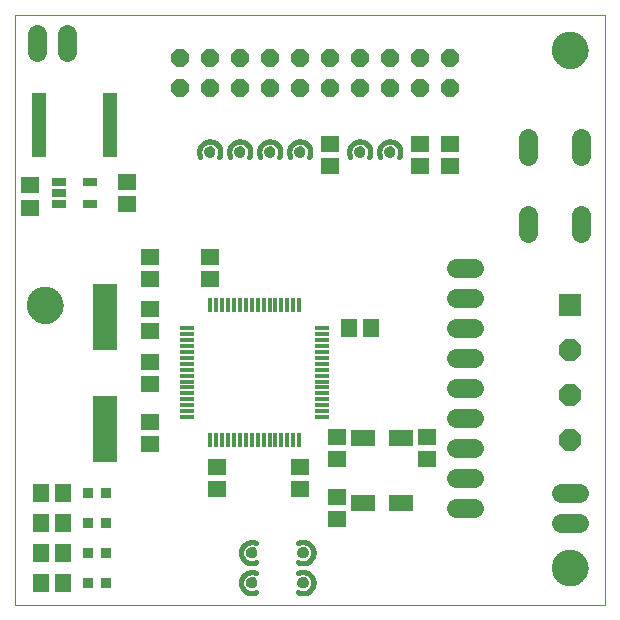
<source format=gts>
G75*
%MOIN*%
%OFA0B0*%
%FSLAX24Y24*%
%IPPOS*%
%LPD*%
%AMOC8*
5,1,8,0,0,1.08239X$1,22.5*
%
%ADD10C,0.0000*%
%ADD11C,0.1221*%
%ADD12R,0.0512X0.0158*%
%ADD13R,0.0158X0.0512*%
%ADD14R,0.0631X0.0552*%
%ADD15R,0.0552X0.0631*%
%ADD16C,0.0640*%
%ADD17R,0.0749X0.0749*%
%ADD18OC8,0.0749*%
%ADD19R,0.0827X0.2205*%
%ADD20OC8,0.0600*%
%ADD21C,0.0157*%
%ADD22C,0.0050*%
%ADD23R,0.0788X0.0552*%
%ADD24R,0.0355X0.0355*%
%ADD25R,0.0512X0.0257*%
%ADD26R,0.0512X0.2127*%
D10*
X000800Y000550D02*
X000800Y020235D01*
X020485Y020235D01*
X020485Y000550D01*
X000800Y000550D01*
X001209Y010550D02*
X001211Y010598D01*
X001217Y010646D01*
X001227Y010693D01*
X001240Y010739D01*
X001258Y010784D01*
X001278Y010828D01*
X001303Y010870D01*
X001331Y010909D01*
X001361Y010946D01*
X001395Y010980D01*
X001432Y011012D01*
X001470Y011041D01*
X001511Y011066D01*
X001554Y011088D01*
X001599Y011106D01*
X001645Y011120D01*
X001692Y011131D01*
X001740Y011138D01*
X001788Y011141D01*
X001836Y011140D01*
X001884Y011135D01*
X001932Y011126D01*
X001978Y011114D01*
X002023Y011097D01*
X002067Y011077D01*
X002109Y011054D01*
X002149Y011027D01*
X002187Y010997D01*
X002222Y010964D01*
X002254Y010928D01*
X002284Y010890D01*
X002310Y010849D01*
X002332Y010806D01*
X002352Y010762D01*
X002367Y010717D01*
X002379Y010670D01*
X002387Y010622D01*
X002391Y010574D01*
X002391Y010526D01*
X002387Y010478D01*
X002379Y010430D01*
X002367Y010383D01*
X002352Y010338D01*
X002332Y010294D01*
X002310Y010251D01*
X002284Y010210D01*
X002254Y010172D01*
X002222Y010136D01*
X002187Y010103D01*
X002149Y010073D01*
X002109Y010046D01*
X002067Y010023D01*
X002023Y010003D01*
X001978Y009986D01*
X001932Y009974D01*
X001884Y009965D01*
X001836Y009960D01*
X001788Y009959D01*
X001740Y009962D01*
X001692Y009969D01*
X001645Y009980D01*
X001599Y009994D01*
X001554Y010012D01*
X001511Y010034D01*
X001470Y010059D01*
X001432Y010088D01*
X001395Y010120D01*
X001361Y010154D01*
X001331Y010191D01*
X001303Y010230D01*
X001278Y010272D01*
X001258Y010316D01*
X001240Y010361D01*
X001227Y010407D01*
X001217Y010454D01*
X001211Y010502D01*
X001209Y010550D01*
X018709Y019050D02*
X018711Y019098D01*
X018717Y019146D01*
X018727Y019193D01*
X018740Y019239D01*
X018758Y019284D01*
X018778Y019328D01*
X018803Y019370D01*
X018831Y019409D01*
X018861Y019446D01*
X018895Y019480D01*
X018932Y019512D01*
X018970Y019541D01*
X019011Y019566D01*
X019054Y019588D01*
X019099Y019606D01*
X019145Y019620D01*
X019192Y019631D01*
X019240Y019638D01*
X019288Y019641D01*
X019336Y019640D01*
X019384Y019635D01*
X019432Y019626D01*
X019478Y019614D01*
X019523Y019597D01*
X019567Y019577D01*
X019609Y019554D01*
X019649Y019527D01*
X019687Y019497D01*
X019722Y019464D01*
X019754Y019428D01*
X019784Y019390D01*
X019810Y019349D01*
X019832Y019306D01*
X019852Y019262D01*
X019867Y019217D01*
X019879Y019170D01*
X019887Y019122D01*
X019891Y019074D01*
X019891Y019026D01*
X019887Y018978D01*
X019879Y018930D01*
X019867Y018883D01*
X019852Y018838D01*
X019832Y018794D01*
X019810Y018751D01*
X019784Y018710D01*
X019754Y018672D01*
X019722Y018636D01*
X019687Y018603D01*
X019649Y018573D01*
X019609Y018546D01*
X019567Y018523D01*
X019523Y018503D01*
X019478Y018486D01*
X019432Y018474D01*
X019384Y018465D01*
X019336Y018460D01*
X019288Y018459D01*
X019240Y018462D01*
X019192Y018469D01*
X019145Y018480D01*
X019099Y018494D01*
X019054Y018512D01*
X019011Y018534D01*
X018970Y018559D01*
X018932Y018588D01*
X018895Y018620D01*
X018861Y018654D01*
X018831Y018691D01*
X018803Y018730D01*
X018778Y018772D01*
X018758Y018816D01*
X018740Y018861D01*
X018727Y018907D01*
X018717Y018954D01*
X018711Y019002D01*
X018709Y019050D01*
X018709Y001800D02*
X018711Y001848D01*
X018717Y001896D01*
X018727Y001943D01*
X018740Y001989D01*
X018758Y002034D01*
X018778Y002078D01*
X018803Y002120D01*
X018831Y002159D01*
X018861Y002196D01*
X018895Y002230D01*
X018932Y002262D01*
X018970Y002291D01*
X019011Y002316D01*
X019054Y002338D01*
X019099Y002356D01*
X019145Y002370D01*
X019192Y002381D01*
X019240Y002388D01*
X019288Y002391D01*
X019336Y002390D01*
X019384Y002385D01*
X019432Y002376D01*
X019478Y002364D01*
X019523Y002347D01*
X019567Y002327D01*
X019609Y002304D01*
X019649Y002277D01*
X019687Y002247D01*
X019722Y002214D01*
X019754Y002178D01*
X019784Y002140D01*
X019810Y002099D01*
X019832Y002056D01*
X019852Y002012D01*
X019867Y001967D01*
X019879Y001920D01*
X019887Y001872D01*
X019891Y001824D01*
X019891Y001776D01*
X019887Y001728D01*
X019879Y001680D01*
X019867Y001633D01*
X019852Y001588D01*
X019832Y001544D01*
X019810Y001501D01*
X019784Y001460D01*
X019754Y001422D01*
X019722Y001386D01*
X019687Y001353D01*
X019649Y001323D01*
X019609Y001296D01*
X019567Y001273D01*
X019523Y001253D01*
X019478Y001236D01*
X019432Y001224D01*
X019384Y001215D01*
X019336Y001210D01*
X019288Y001209D01*
X019240Y001212D01*
X019192Y001219D01*
X019145Y001230D01*
X019099Y001244D01*
X019054Y001262D01*
X019011Y001284D01*
X018970Y001309D01*
X018932Y001338D01*
X018895Y001370D01*
X018861Y001404D01*
X018831Y001441D01*
X018803Y001480D01*
X018778Y001522D01*
X018758Y001566D01*
X018740Y001611D01*
X018727Y001657D01*
X018717Y001704D01*
X018711Y001752D01*
X018709Y001800D01*
D11*
X019300Y001800D03*
X019300Y019050D03*
X001800Y010550D03*
D12*
X006556Y009776D03*
X006556Y009580D03*
X006556Y009383D03*
X006556Y009186D03*
X006556Y008989D03*
X006556Y008792D03*
X006556Y008595D03*
X006556Y008398D03*
X006556Y008202D03*
X006556Y008005D03*
X006556Y007808D03*
X006556Y007611D03*
X006556Y007414D03*
X006556Y007217D03*
X006556Y007020D03*
X006556Y006824D03*
X011044Y006824D03*
X011044Y007020D03*
X011044Y007217D03*
X011044Y007414D03*
X011044Y007611D03*
X011044Y007808D03*
X011044Y008005D03*
X011044Y008202D03*
X011044Y008398D03*
X011044Y008595D03*
X011044Y008792D03*
X011044Y008989D03*
X011044Y009186D03*
X011044Y009383D03*
X011044Y009580D03*
X011044Y009776D03*
D13*
X010276Y010544D03*
X010080Y010544D03*
X009883Y010544D03*
X009686Y010544D03*
X009489Y010544D03*
X009292Y010544D03*
X009095Y010544D03*
X008898Y010544D03*
X008702Y010544D03*
X008505Y010544D03*
X008308Y010544D03*
X008111Y010544D03*
X007914Y010544D03*
X007717Y010544D03*
X007520Y010544D03*
X007324Y010544D03*
X007324Y006056D03*
X007520Y006056D03*
X007717Y006056D03*
X007914Y006056D03*
X008111Y006056D03*
X008308Y006056D03*
X008505Y006056D03*
X008702Y006056D03*
X008898Y006056D03*
X009095Y006056D03*
X009292Y006056D03*
X009489Y006056D03*
X009686Y006056D03*
X009883Y006056D03*
X010080Y006056D03*
X010276Y006056D03*
D14*
X010300Y005174D03*
X010300Y004426D03*
X011550Y004174D03*
X011550Y003426D03*
X011550Y005426D03*
X011550Y006174D03*
X014550Y006174D03*
X014550Y005426D03*
X007550Y005174D03*
X007550Y004426D03*
X005300Y005926D03*
X005300Y006674D03*
X005300Y007926D03*
X005300Y008674D03*
X005300Y009676D03*
X005300Y010424D03*
X005300Y011426D03*
X005300Y012174D03*
X004550Y013926D03*
X004550Y014674D03*
X007300Y012174D03*
X007300Y011426D03*
X011300Y015176D03*
X011300Y015924D03*
X014300Y015924D03*
X014300Y015176D03*
X015300Y015176D03*
X015300Y015924D03*
X001300Y014549D03*
X001300Y013801D03*
D15*
X001676Y004300D03*
X002424Y004300D03*
X002424Y003300D03*
X001676Y003300D03*
X001676Y002300D03*
X002424Y002300D03*
X002424Y001300D03*
X001676Y001300D03*
X011926Y009800D03*
X012674Y009800D03*
D16*
X015500Y009800D02*
X016100Y009800D01*
X016100Y008800D02*
X015500Y008800D01*
X015500Y007800D02*
X016100Y007800D01*
X016100Y006800D02*
X015500Y006800D01*
X015500Y005800D02*
X016100Y005800D01*
X016100Y004800D02*
X015500Y004800D01*
X015500Y003800D02*
X016100Y003800D01*
X019000Y003300D02*
X019600Y003300D01*
X019600Y004300D02*
X019000Y004300D01*
X016100Y010800D02*
X015500Y010800D01*
X015500Y011800D02*
X016100Y011800D01*
X017910Y012970D02*
X017910Y013570D01*
X019690Y013570D02*
X019690Y012970D01*
X019690Y015530D02*
X019690Y016130D01*
X017910Y016130D02*
X017910Y015530D01*
X002550Y019000D02*
X002550Y019600D01*
X001550Y019600D02*
X001550Y019000D01*
D17*
X019300Y010550D03*
D18*
X019300Y009050D03*
X019300Y007550D03*
X019300Y006050D03*
D19*
X003800Y006430D03*
X003800Y010170D03*
D20*
X006300Y017800D03*
X006300Y018800D03*
X007300Y018800D03*
X007300Y017800D03*
X008300Y017800D03*
X009300Y017800D03*
X009300Y018800D03*
X008300Y018800D03*
X010300Y018800D03*
X010300Y017800D03*
X011300Y017800D03*
X011300Y018800D03*
X012300Y018800D03*
X012300Y017800D03*
X013300Y017800D03*
X014300Y017800D03*
X014300Y018800D03*
X013300Y018800D03*
X015300Y018800D03*
X015300Y017800D03*
D21*
X013615Y015499D02*
X013630Y015532D01*
X013641Y015567D01*
X013648Y015603D01*
X013652Y015640D01*
X013651Y015676D01*
X013647Y015713D01*
X013640Y015749D01*
X013628Y015784D01*
X013613Y015817D01*
X013595Y015849D01*
X013573Y015878D01*
X013548Y015906D01*
X013521Y015930D01*
X013491Y015952D01*
X013459Y015970D01*
X013426Y015985D01*
X013391Y015996D01*
X013355Y016004D01*
X013318Y016008D01*
X013282Y016008D01*
X013245Y016004D01*
X013209Y015996D01*
X013174Y015985D01*
X013141Y015970D01*
X013109Y015952D01*
X013079Y015930D01*
X013052Y015906D01*
X013027Y015878D01*
X013005Y015849D01*
X012987Y015817D01*
X012972Y015784D01*
X012960Y015749D01*
X012953Y015713D01*
X012949Y015676D01*
X012948Y015640D01*
X012952Y015603D01*
X012959Y015567D01*
X012970Y015532D01*
X012985Y015499D01*
X012615Y015499D02*
X012630Y015532D01*
X012641Y015567D01*
X012648Y015603D01*
X012652Y015640D01*
X012651Y015676D01*
X012647Y015713D01*
X012640Y015749D01*
X012628Y015784D01*
X012613Y015817D01*
X012595Y015849D01*
X012573Y015878D01*
X012548Y015906D01*
X012521Y015930D01*
X012491Y015952D01*
X012459Y015970D01*
X012426Y015985D01*
X012391Y015996D01*
X012355Y016004D01*
X012318Y016008D01*
X012282Y016008D01*
X012245Y016004D01*
X012209Y015996D01*
X012174Y015985D01*
X012141Y015970D01*
X012109Y015952D01*
X012079Y015930D01*
X012052Y015906D01*
X012027Y015878D01*
X012005Y015849D01*
X011987Y015817D01*
X011972Y015784D01*
X011960Y015749D01*
X011953Y015713D01*
X011949Y015676D01*
X011948Y015640D01*
X011952Y015603D01*
X011959Y015567D01*
X011970Y015532D01*
X011985Y015499D01*
X010615Y015499D02*
X010630Y015532D01*
X010641Y015567D01*
X010648Y015603D01*
X010652Y015640D01*
X010651Y015676D01*
X010647Y015713D01*
X010640Y015749D01*
X010628Y015784D01*
X010613Y015817D01*
X010595Y015849D01*
X010573Y015878D01*
X010548Y015906D01*
X010521Y015930D01*
X010491Y015952D01*
X010459Y015970D01*
X010426Y015985D01*
X010391Y015996D01*
X010355Y016004D01*
X010318Y016008D01*
X010282Y016008D01*
X010245Y016004D01*
X010209Y015996D01*
X010174Y015985D01*
X010141Y015970D01*
X010109Y015952D01*
X010079Y015930D01*
X010052Y015906D01*
X010027Y015878D01*
X010005Y015849D01*
X009987Y015817D01*
X009972Y015784D01*
X009960Y015749D01*
X009953Y015713D01*
X009949Y015676D01*
X009948Y015640D01*
X009952Y015603D01*
X009959Y015567D01*
X009970Y015532D01*
X009985Y015499D01*
X009615Y015499D02*
X009630Y015532D01*
X009641Y015567D01*
X009648Y015603D01*
X009652Y015640D01*
X009651Y015676D01*
X009647Y015713D01*
X009640Y015749D01*
X009628Y015784D01*
X009613Y015817D01*
X009595Y015849D01*
X009573Y015878D01*
X009548Y015906D01*
X009521Y015930D01*
X009491Y015952D01*
X009459Y015970D01*
X009426Y015985D01*
X009391Y015996D01*
X009355Y016004D01*
X009318Y016008D01*
X009282Y016008D01*
X009245Y016004D01*
X009209Y015996D01*
X009174Y015985D01*
X009141Y015970D01*
X009109Y015952D01*
X009079Y015930D01*
X009052Y015906D01*
X009027Y015878D01*
X009005Y015849D01*
X008987Y015817D01*
X008972Y015784D01*
X008960Y015749D01*
X008953Y015713D01*
X008949Y015676D01*
X008948Y015640D01*
X008952Y015603D01*
X008959Y015567D01*
X008970Y015532D01*
X008985Y015499D01*
X008615Y015499D02*
X008630Y015532D01*
X008641Y015567D01*
X008648Y015603D01*
X008652Y015640D01*
X008651Y015676D01*
X008647Y015713D01*
X008640Y015749D01*
X008628Y015784D01*
X008613Y015817D01*
X008595Y015849D01*
X008573Y015878D01*
X008548Y015906D01*
X008521Y015930D01*
X008491Y015952D01*
X008459Y015970D01*
X008426Y015985D01*
X008391Y015996D01*
X008355Y016004D01*
X008318Y016008D01*
X008282Y016008D01*
X008245Y016004D01*
X008209Y015996D01*
X008174Y015985D01*
X008141Y015970D01*
X008109Y015952D01*
X008079Y015930D01*
X008052Y015906D01*
X008027Y015878D01*
X008005Y015849D01*
X007987Y015817D01*
X007972Y015784D01*
X007960Y015749D01*
X007953Y015713D01*
X007949Y015676D01*
X007948Y015640D01*
X007952Y015603D01*
X007959Y015567D01*
X007970Y015532D01*
X007985Y015499D01*
X007615Y015499D02*
X007630Y015532D01*
X007641Y015567D01*
X007648Y015603D01*
X007652Y015640D01*
X007651Y015676D01*
X007647Y015713D01*
X007640Y015749D01*
X007628Y015784D01*
X007613Y015817D01*
X007595Y015849D01*
X007573Y015878D01*
X007548Y015906D01*
X007521Y015930D01*
X007491Y015952D01*
X007459Y015970D01*
X007426Y015985D01*
X007391Y015996D01*
X007355Y016004D01*
X007318Y016008D01*
X007282Y016008D01*
X007245Y016004D01*
X007209Y015996D01*
X007174Y015985D01*
X007141Y015970D01*
X007109Y015952D01*
X007079Y015930D01*
X007052Y015906D01*
X007027Y015878D01*
X007005Y015849D01*
X006987Y015817D01*
X006972Y015784D01*
X006960Y015749D01*
X006953Y015713D01*
X006949Y015676D01*
X006948Y015640D01*
X006952Y015603D01*
X006959Y015567D01*
X006970Y015532D01*
X006985Y015499D01*
X008851Y002615D02*
X008818Y002630D01*
X008783Y002641D01*
X008747Y002648D01*
X008710Y002652D01*
X008674Y002651D01*
X008637Y002647D01*
X008601Y002640D01*
X008566Y002628D01*
X008533Y002613D01*
X008501Y002595D01*
X008472Y002573D01*
X008444Y002548D01*
X008420Y002521D01*
X008398Y002491D01*
X008380Y002459D01*
X008365Y002426D01*
X008354Y002391D01*
X008346Y002355D01*
X008342Y002318D01*
X008342Y002282D01*
X008346Y002245D01*
X008354Y002209D01*
X008365Y002174D01*
X008380Y002141D01*
X008398Y002109D01*
X008420Y002079D01*
X008444Y002052D01*
X008472Y002027D01*
X008501Y002005D01*
X008533Y001987D01*
X008566Y001972D01*
X008601Y001960D01*
X008637Y001953D01*
X008674Y001949D01*
X008710Y001948D01*
X008747Y001952D01*
X008783Y001959D01*
X008818Y001970D01*
X008851Y001985D01*
X008851Y001615D02*
X008818Y001630D01*
X008783Y001641D01*
X008747Y001648D01*
X008710Y001652D01*
X008674Y001651D01*
X008637Y001647D01*
X008601Y001640D01*
X008566Y001628D01*
X008533Y001613D01*
X008501Y001595D01*
X008472Y001573D01*
X008444Y001548D01*
X008420Y001521D01*
X008398Y001491D01*
X008380Y001459D01*
X008365Y001426D01*
X008354Y001391D01*
X008346Y001355D01*
X008342Y001318D01*
X008342Y001282D01*
X008346Y001245D01*
X008354Y001209D01*
X008365Y001174D01*
X008380Y001141D01*
X008398Y001109D01*
X008420Y001079D01*
X008444Y001052D01*
X008472Y001027D01*
X008501Y001005D01*
X008533Y000987D01*
X008566Y000972D01*
X008601Y000960D01*
X008637Y000953D01*
X008674Y000949D01*
X008710Y000948D01*
X008747Y000952D01*
X008783Y000959D01*
X008818Y000970D01*
X008851Y000985D01*
X010249Y000985D02*
X010282Y000970D01*
X010317Y000959D01*
X010353Y000952D01*
X010390Y000948D01*
X010426Y000949D01*
X010463Y000953D01*
X010499Y000960D01*
X010534Y000972D01*
X010567Y000987D01*
X010599Y001005D01*
X010628Y001027D01*
X010656Y001052D01*
X010680Y001079D01*
X010702Y001109D01*
X010720Y001141D01*
X010735Y001174D01*
X010746Y001209D01*
X010754Y001245D01*
X010758Y001282D01*
X010758Y001318D01*
X010754Y001355D01*
X010746Y001391D01*
X010735Y001426D01*
X010720Y001459D01*
X010702Y001491D01*
X010680Y001521D01*
X010656Y001548D01*
X010628Y001573D01*
X010599Y001595D01*
X010567Y001613D01*
X010534Y001628D01*
X010499Y001640D01*
X010463Y001647D01*
X010426Y001651D01*
X010390Y001652D01*
X010353Y001648D01*
X010317Y001641D01*
X010282Y001630D01*
X010249Y001615D01*
X010249Y001985D02*
X010282Y001970D01*
X010317Y001959D01*
X010353Y001952D01*
X010390Y001948D01*
X010426Y001949D01*
X010463Y001953D01*
X010499Y001960D01*
X010534Y001972D01*
X010567Y001987D01*
X010599Y002005D01*
X010628Y002027D01*
X010656Y002052D01*
X010680Y002079D01*
X010702Y002109D01*
X010720Y002141D01*
X010735Y002174D01*
X010746Y002209D01*
X010754Y002245D01*
X010758Y002282D01*
X010758Y002318D01*
X010754Y002355D01*
X010746Y002391D01*
X010735Y002426D01*
X010720Y002459D01*
X010702Y002491D01*
X010680Y002521D01*
X010656Y002548D01*
X010628Y002573D01*
X010599Y002595D01*
X010567Y002613D01*
X010534Y002628D01*
X010499Y002640D01*
X010463Y002647D01*
X010426Y002651D01*
X010390Y002652D01*
X010353Y002648D01*
X010317Y002641D01*
X010282Y002630D01*
X010249Y002615D01*
D22*
X010338Y002442D02*
X010371Y002454D01*
X010406Y002457D01*
X010441Y002454D01*
X010475Y002442D01*
X010504Y002423D01*
X010529Y002398D01*
X010548Y002368D01*
X010560Y002335D01*
X010564Y002300D01*
X010560Y002265D01*
X010548Y002232D01*
X010529Y002202D01*
X010504Y002177D01*
X010475Y002158D01*
X010441Y002146D01*
X010406Y002143D01*
X010371Y002146D01*
X010338Y002158D01*
X010308Y002177D01*
X010283Y002202D01*
X010264Y002232D01*
X010253Y002265D01*
X010249Y002300D01*
X010253Y002335D01*
X010264Y002368D01*
X010283Y002398D01*
X010308Y002423D01*
X010338Y002442D01*
X010337Y002442D02*
X010475Y002442D01*
X010533Y002393D02*
X010280Y002393D01*
X010256Y002345D02*
X010557Y002345D01*
X010563Y002296D02*
X010249Y002296D01*
X010259Y002248D02*
X010554Y002248D01*
X010527Y002199D02*
X010286Y002199D01*
X010360Y002151D02*
X010453Y002151D01*
X010406Y001457D02*
X010441Y001454D01*
X010475Y001442D01*
X010504Y001423D01*
X010529Y001398D01*
X010548Y001368D01*
X010560Y001335D01*
X010564Y001300D01*
X010560Y001265D01*
X010548Y001232D01*
X010529Y001202D01*
X010504Y001177D01*
X010475Y001158D01*
X010441Y001146D01*
X010406Y001143D01*
X010371Y001146D01*
X010338Y001158D01*
X010308Y001177D01*
X010283Y001202D01*
X010264Y001232D01*
X010253Y001265D01*
X010249Y001300D01*
X010253Y001335D01*
X010264Y001368D01*
X010283Y001398D01*
X010308Y001423D01*
X010505Y001423D01*
X010544Y001375D02*
X010268Y001375D01*
X010252Y001326D02*
X010561Y001326D01*
X010561Y001278D02*
X010251Y001278D01*
X010266Y001229D02*
X010547Y001229D01*
X010508Y001181D02*
X010304Y001181D01*
X010308Y001423D02*
X010338Y001442D01*
X010371Y001454D01*
X010406Y001457D01*
X008851Y001300D02*
X008847Y001335D01*
X008836Y001368D01*
X008817Y001398D01*
X008792Y001423D01*
X008595Y001423D01*
X008596Y001423D02*
X008625Y001442D01*
X008659Y001454D01*
X008694Y001457D01*
X008729Y001454D01*
X008762Y001442D01*
X008792Y001423D01*
X008832Y001375D02*
X008556Y001375D01*
X008552Y001368D02*
X008571Y001398D01*
X008596Y001423D01*
X008552Y001368D02*
X008540Y001335D01*
X008536Y001300D01*
X008540Y001265D01*
X008552Y001232D01*
X008571Y001202D01*
X008596Y001177D01*
X008625Y001158D01*
X008659Y001146D01*
X008694Y001143D01*
X008729Y001146D01*
X008762Y001158D01*
X008792Y001177D01*
X008817Y001202D01*
X008836Y001232D01*
X008847Y001265D01*
X008851Y001300D01*
X008849Y001278D02*
X008539Y001278D01*
X008539Y001326D02*
X008848Y001326D01*
X008834Y001229D02*
X008553Y001229D01*
X008592Y001181D02*
X008796Y001181D01*
X008694Y002143D02*
X008659Y002146D01*
X008625Y002158D01*
X008596Y002177D01*
X008571Y002202D01*
X008552Y002232D01*
X008540Y002265D01*
X008536Y002300D01*
X008540Y002335D01*
X008552Y002368D01*
X008571Y002398D01*
X008596Y002423D01*
X008625Y002442D01*
X008659Y002454D01*
X008694Y002457D01*
X008729Y002454D01*
X008762Y002442D01*
X008792Y002423D01*
X008817Y002398D01*
X008836Y002368D01*
X008847Y002335D01*
X008851Y002300D01*
X008847Y002265D01*
X008836Y002232D01*
X008817Y002202D01*
X008792Y002177D01*
X008762Y002158D01*
X008729Y002146D01*
X008694Y002143D01*
X008740Y002151D02*
X008647Y002151D01*
X008573Y002199D02*
X008814Y002199D01*
X008841Y002248D02*
X008546Y002248D01*
X008537Y002296D02*
X008851Y002296D01*
X008844Y002345D02*
X008543Y002345D01*
X008567Y002393D02*
X008820Y002393D01*
X008763Y002442D02*
X008625Y002442D01*
X008300Y015499D02*
X008265Y015503D01*
X008232Y015514D01*
X008202Y015533D01*
X008177Y015558D01*
X008158Y015588D01*
X008146Y015621D01*
X008143Y015656D01*
X008146Y015691D01*
X008158Y015725D01*
X008177Y015754D01*
X008202Y015779D01*
X008232Y015798D01*
X008265Y015810D01*
X008300Y015814D01*
X008335Y015810D01*
X008368Y015798D01*
X008398Y015779D01*
X008423Y015754D01*
X008442Y015725D01*
X008454Y015691D01*
X008457Y015656D01*
X008454Y015621D01*
X008442Y015588D01*
X008423Y015558D01*
X008398Y015533D01*
X008368Y015514D01*
X008335Y015503D01*
X008300Y015499D01*
X008198Y015537D02*
X008402Y015537D01*
X008440Y015585D02*
X008160Y015585D01*
X008145Y015634D02*
X008455Y015634D01*
X008455Y015682D02*
X008145Y015682D01*
X008162Y015731D02*
X008438Y015731D01*
X008399Y015779D02*
X008201Y015779D01*
X007454Y015691D02*
X007457Y015656D01*
X007454Y015621D01*
X007442Y015588D01*
X007423Y015558D01*
X007398Y015533D01*
X007368Y015514D01*
X007335Y015503D01*
X007300Y015499D01*
X007265Y015503D01*
X007232Y015514D01*
X007202Y015533D01*
X007177Y015558D01*
X007158Y015588D01*
X007146Y015621D01*
X007143Y015656D01*
X007146Y015691D01*
X007158Y015725D01*
X007177Y015754D01*
X007202Y015779D01*
X007232Y015798D01*
X007265Y015810D01*
X007300Y015814D01*
X007335Y015810D01*
X007368Y015798D01*
X007398Y015779D01*
X007423Y015754D01*
X007442Y015725D01*
X007454Y015691D01*
X007455Y015682D02*
X007145Y015682D01*
X007145Y015634D02*
X007455Y015634D01*
X007440Y015585D02*
X007160Y015585D01*
X007198Y015537D02*
X007402Y015537D01*
X007438Y015731D02*
X007162Y015731D01*
X007201Y015779D02*
X007399Y015779D01*
X009143Y015656D02*
X009146Y015691D01*
X009158Y015725D01*
X009177Y015754D01*
X009202Y015779D01*
X009232Y015798D01*
X009265Y015810D01*
X009300Y015814D01*
X009335Y015810D01*
X009368Y015798D01*
X009398Y015779D01*
X009423Y015754D01*
X009442Y015725D01*
X009454Y015691D01*
X009457Y015656D01*
X009454Y015621D01*
X009442Y015588D01*
X009423Y015558D01*
X009398Y015533D01*
X009368Y015514D01*
X009335Y015503D01*
X009300Y015499D01*
X009265Y015503D01*
X009232Y015514D01*
X009202Y015533D01*
X009177Y015558D01*
X009158Y015588D01*
X009146Y015621D01*
X009143Y015656D01*
X009145Y015634D02*
X009455Y015634D01*
X009455Y015682D02*
X009145Y015682D01*
X009162Y015731D02*
X009438Y015731D01*
X009399Y015779D02*
X009201Y015779D01*
X009160Y015585D02*
X009440Y015585D01*
X009402Y015537D02*
X009198Y015537D01*
X010145Y015634D02*
X010455Y015634D01*
X010454Y015621D02*
X010442Y015588D01*
X010423Y015558D01*
X010398Y015533D01*
X010368Y015514D01*
X010335Y015503D01*
X010300Y015499D01*
X010265Y015503D01*
X010232Y015514D01*
X010202Y015533D01*
X010177Y015558D01*
X010158Y015588D01*
X010146Y015621D01*
X010143Y015656D01*
X010146Y015691D01*
X010158Y015725D01*
X010177Y015754D01*
X010202Y015779D01*
X010232Y015798D01*
X010265Y015810D01*
X010300Y015814D01*
X010335Y015810D01*
X010368Y015798D01*
X010398Y015779D01*
X010423Y015754D01*
X010442Y015725D01*
X010454Y015691D01*
X010457Y015656D01*
X010454Y015621D01*
X010440Y015585D02*
X010160Y015585D01*
X010198Y015537D02*
X010402Y015537D01*
X010455Y015682D02*
X010145Y015682D01*
X010162Y015731D02*
X010438Y015731D01*
X010399Y015779D02*
X010201Y015779D01*
X012143Y015656D02*
X012146Y015691D01*
X012158Y015725D01*
X012177Y015754D01*
X012202Y015779D01*
X012232Y015798D01*
X012265Y015810D01*
X012300Y015814D01*
X012335Y015810D01*
X012368Y015798D01*
X012398Y015779D01*
X012423Y015754D01*
X012442Y015725D01*
X012454Y015691D01*
X012457Y015656D01*
X012454Y015621D01*
X012442Y015588D01*
X012423Y015558D01*
X012398Y015533D01*
X012368Y015514D01*
X012335Y015503D01*
X012300Y015499D01*
X012265Y015503D01*
X012232Y015514D01*
X012202Y015533D01*
X012177Y015558D01*
X012158Y015588D01*
X012146Y015621D01*
X012143Y015656D01*
X012145Y015634D02*
X012455Y015634D01*
X012455Y015682D02*
X012145Y015682D01*
X012162Y015731D02*
X012438Y015731D01*
X012399Y015779D02*
X012201Y015779D01*
X012160Y015585D02*
X012440Y015585D01*
X012402Y015537D02*
X012198Y015537D01*
X013145Y015634D02*
X013455Y015634D01*
X013454Y015621D02*
X013442Y015588D01*
X013423Y015558D01*
X013398Y015533D01*
X013368Y015514D01*
X013335Y015503D01*
X013300Y015499D01*
X013265Y015503D01*
X013232Y015514D01*
X013202Y015533D01*
X013177Y015558D01*
X013158Y015588D01*
X013146Y015621D01*
X013143Y015656D01*
X013146Y015691D01*
X013158Y015725D01*
X013177Y015754D01*
X013202Y015779D01*
X013232Y015798D01*
X013265Y015810D01*
X013300Y015814D01*
X013335Y015810D01*
X013368Y015798D01*
X013398Y015779D01*
X013423Y015754D01*
X013442Y015725D01*
X013454Y015691D01*
X013457Y015656D01*
X013454Y015621D01*
X013440Y015585D02*
X013160Y015585D01*
X013198Y015537D02*
X013402Y015537D01*
X013455Y015682D02*
X013145Y015682D01*
X013162Y015731D02*
X013438Y015731D01*
X013399Y015779D02*
X013201Y015779D01*
D23*
X013680Y006133D03*
X012420Y006133D03*
X012420Y003967D03*
X013680Y003967D03*
D24*
X003845Y004300D03*
X003255Y004300D03*
X003255Y003300D03*
X003845Y003300D03*
X003845Y002300D03*
X003255Y002300D03*
X003255Y001300D03*
X003845Y001300D03*
D25*
X003312Y013926D03*
X003312Y014674D03*
X002288Y014674D03*
X002288Y014300D03*
X002288Y013926D03*
D26*
X001619Y016550D03*
X003981Y016550D03*
M02*

</source>
